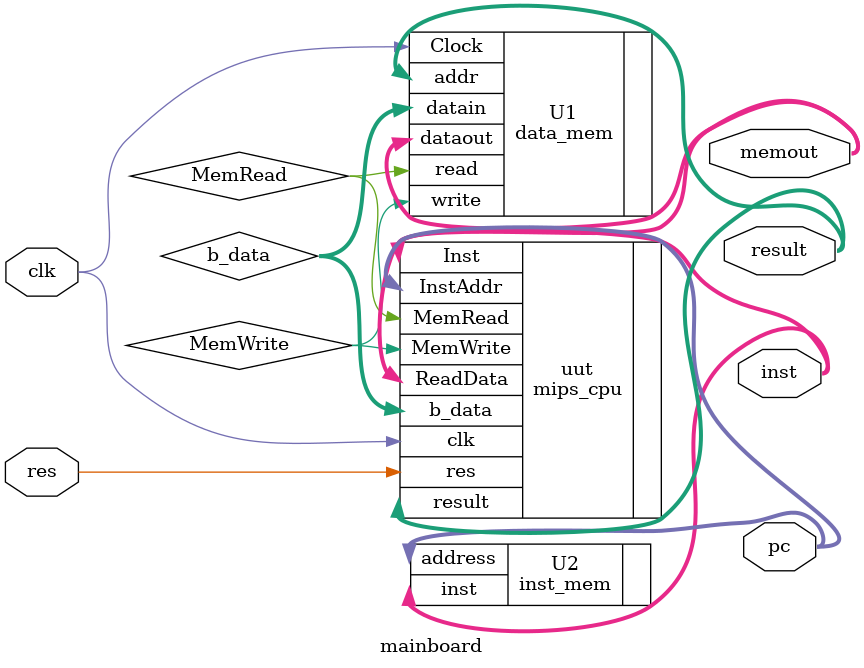
<source format=v>

module mainboard(
    input wire clk,
	input wire res,
	output wire [31:0] inst,
	output wire [31:0] pc,
	output wire [31:0] result,
	output wire [31:0] memout
);
    wire [31:0] b_data;
    wire MemWrite;
    wire MemRead;
    
    mips_cpu uut (
	    .Inst(inst), 
	    .res(res), 
	    .clk(clk), 
	    .ReadData(memout), 
	    .result(result), 
	    .b_data(b_data), 
	    .InstAddr(pc), 
	    .MemWrite(MemWrite), 
	    .MemRead(MemRead)
    );

    data_mem U1 (
	    .Clock(clk),
	    .dataout(memout),
	    .datain(b_data),
	    .addr(result),
	    .write(MemWrite),
	    .read(MemRead)
    );

    inst_mem U2 (
	    .address(pc),
	    .inst(inst)
    ); 
    
endmodule

</source>
